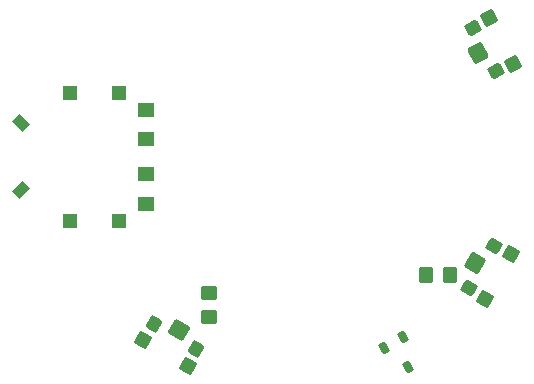
<source format=gbr>
%TF.GenerationSoftware,KiCad,Pcbnew,9.0.0*%
%TF.CreationDate,2025-06-04T20:21:36+02:00*%
%TF.ProjectId,SI4684,53493436-3834-42e6-9b69-6361645f7063,A*%
%TF.SameCoordinates,Original*%
%TF.FileFunction,Paste,Bot*%
%TF.FilePolarity,Positive*%
%FSLAX46Y46*%
G04 Gerber Fmt 4.6, Leading zero omitted, Abs format (unit mm)*
G04 Created by KiCad (PCBNEW 9.0.0) date 2025-06-04 20:21:36*
%MOMM*%
%LPD*%
G01*
G04 APERTURE LIST*
G04 Aperture macros list*
%AMRoundRect*
0 Rectangle with rounded corners*
0 $1 Rounding radius*
0 $2 $3 $4 $5 $6 $7 $8 $9 X,Y pos of 4 corners*
0 Add a 4 corners polygon primitive as box body*
4,1,4,$2,$3,$4,$5,$6,$7,$8,$9,$2,$3,0*
0 Add four circle primitives for the rounded corners*
1,1,$1+$1,$2,$3*
1,1,$1+$1,$4,$5*
1,1,$1+$1,$6,$7*
1,1,$1+$1,$8,$9*
0 Add four rect primitives between the rounded corners*
20,1,$1+$1,$2,$3,$4,$5,0*
20,1,$1+$1,$4,$5,$6,$7,0*
20,1,$1+$1,$6,$7,$8,$9,0*
20,1,$1+$1,$8,$9,$2,$3,0*%
%AMRotRect*
0 Rectangle, with rotation*
0 The origin of the aperture is its center*
0 $1 length*
0 $2 width*
0 $3 Rotation angle, in degrees counterclockwise*
0 Add horizontal line*
21,1,$1,$2,0,0,$3*%
G04 Aperture macros list end*
%ADD10RoundRect,0.250000X-0.350000X-0.450000X0.350000X-0.450000X0.350000X0.450000X-0.350000X0.450000X0*%
%ADD11RoundRect,0.250000X-0.450000X0.350000X-0.450000X-0.350000X0.450000X-0.350000X0.450000X0.350000X0*%
%ADD12RoundRect,0.165000X0.550920X0.184221X-0.115920X0.569221X-0.550920X-0.184221X0.115920X-0.569221X0*%
%ADD13RoundRect,0.180000X0.573731X0.153731X-0.153731X0.573731X-0.573731X-0.153731X0.153731X-0.573731X0*%
%ADD14RoundRect,0.210000X0.712654X0.154352X-0.222654X0.694352X-0.712654X-0.154352X0.222654X-0.694352X0*%
%ADD15RoundRect,0.175000X-0.314054X0.193958X0.010946X-0.368958X0.314054X-0.193958X-0.010946X0.368958X0*%
%ADD16RoundRect,0.165000X-0.564829X0.135715X-0.203336X-0.544155X0.564829X-0.135715X0.203336X0.544155X0*%
%ADD17RoundRect,0.180000X-0.568016X0.173660X-0.173660X-0.568016X0.568016X-0.173660X0.173660X0.568016X0*%
%ADD18RoundRect,0.210000X-0.686159X0.246751X-0.179130X-0.706833X0.686159X-0.246751X0.179130X0.706833X0*%
%ADD19R,1.300000X1.200000*%
%ADD20RotRect,0.850000X1.200000X135.000000*%
%ADD21RotRect,0.850000X1.200000X225.000000*%
%ADD22R,1.400000X1.300000*%
%ADD23RoundRect,0.165000X-0.184221X0.550920X-0.569221X-0.115920X0.184221X-0.550920X0.569221X0.115920X0*%
%ADD24RoundRect,0.180000X-0.153731X0.573731X-0.573731X-0.153731X0.153731X-0.573731X0.573731X0.153731X0*%
%ADD25RoundRect,0.210000X-0.154352X0.712654X-0.694352X-0.222654X0.154352X-0.712654X0.694352X0.222654X0*%
G04 APERTURE END LIST*
D10*
%TO.C,R29*%
X110740000Y-110290000D03*
X112740000Y-110290000D03*
%TD*%
D11*
%TO.C,R27*%
X92360000Y-111825000D03*
X92360000Y-113825000D03*
%TD*%
D12*
%TO.C,SW4*%
X91280607Y-116539358D03*
X87729902Y-114489359D03*
D13*
X90610512Y-117999999D03*
D14*
X89817754Y-114973093D03*
D13*
X86800000Y-115800000D03*
%TD*%
D15*
%TO.C,D1*%
X107150000Y-116520001D03*
X108795448Y-115570001D03*
X109172723Y-118123462D03*
%TD*%
D16*
%TO.C,SW5*%
X114689425Y-89406538D03*
X116614259Y-93026623D03*
D17*
X116031723Y-88522942D03*
D18*
X115100000Y-91510000D03*
D17*
X118097396Y-92407911D03*
%TD*%
D19*
%TO.C,U12*%
X84700000Y-105690000D03*
X80600000Y-105690000D03*
D20*
X76472000Y-103118500D03*
D21*
X76472000Y-97461500D03*
D19*
X80600000Y-94890000D03*
X84700000Y-94890000D03*
D22*
X87000000Y-96290000D03*
X87000000Y-104290000D03*
X87000000Y-101765000D03*
X87000000Y-98815000D03*
%TD*%
D23*
%TO.C,SW6*%
X116447325Y-107852148D03*
X114397324Y-111402853D03*
D24*
X117907963Y-108522244D03*
D25*
X114881058Y-109315000D03*
D24*
X115707964Y-112332756D03*
%TD*%
M02*

</source>
